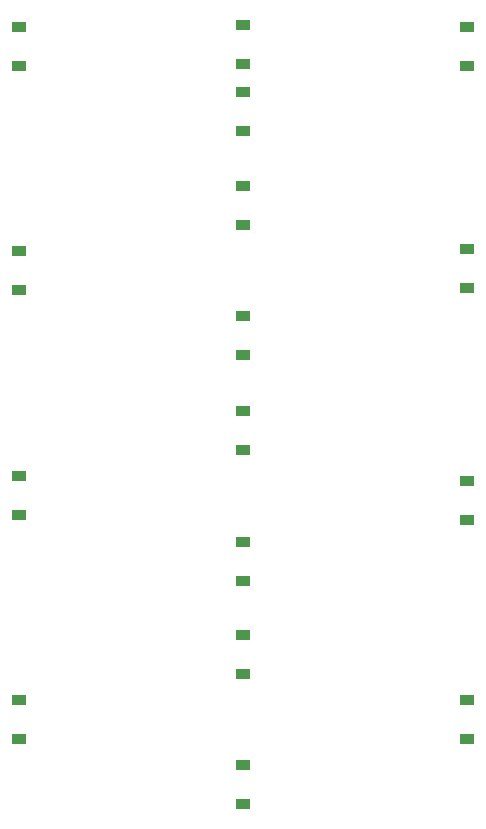
<source format=gtp>
G04 #@! TF.GenerationSoftware,KiCad,Pcbnew,(5.0.0)*
G04 #@! TF.CreationDate,2018-11-07T01:02:59+09:00*
G04 #@! TF.ProjectId,handheld_machine,68616E6468656C645F6D616368696E65,rev?*
G04 #@! TF.SameCoordinates,Original*
G04 #@! TF.FileFunction,Paste,Top*
G04 #@! TF.FilePolarity,Positive*
%FSLAX46Y46*%
G04 Gerber Fmt 4.6, Leading zero omitted, Abs format (unit mm)*
G04 Created by KiCad (PCBNEW (5.0.0)) date 11/07/18 01:02:59*
%MOMM*%
%LPD*%
G01*
G04 APERTURE LIST*
%ADD10R,1.200000X0.900000*%
G04 APERTURE END LIST*
D10*
G04 #@! TO.C,D1*
X119000000Y-81850000D03*
X119000000Y-85150000D03*
G04 #@! TD*
G04 #@! TO.C,D2*
X138000000Y-81700000D03*
X138000000Y-85000000D03*
G04 #@! TD*
G04 #@! TO.C,D3*
X138000000Y-90650000D03*
X138000000Y-87350000D03*
G04 #@! TD*
G04 #@! TO.C,D4*
X157000000Y-81850000D03*
X157000000Y-85150000D03*
G04 #@! TD*
G04 #@! TO.C,D5*
X119000000Y-104150000D03*
X119000000Y-100850000D03*
G04 #@! TD*
G04 #@! TO.C,D6*
X138000000Y-95350000D03*
X138000000Y-98650000D03*
G04 #@! TD*
G04 #@! TO.C,D7*
X138000000Y-109650000D03*
X138000000Y-106350000D03*
G04 #@! TD*
G04 #@! TO.C,D8*
X157000000Y-100700000D03*
X157000000Y-104000000D03*
G04 #@! TD*
G04 #@! TO.C,D9*
X119000000Y-123150000D03*
X119000000Y-119850000D03*
G04 #@! TD*
G04 #@! TO.C,D10*
X138000000Y-114350000D03*
X138000000Y-117650000D03*
G04 #@! TD*
G04 #@! TO.C,D11*
X138000000Y-128800000D03*
X138000000Y-125500000D03*
G04 #@! TD*
G04 #@! TO.C,D12*
X157000000Y-123650000D03*
X157000000Y-120350000D03*
G04 #@! TD*
G04 #@! TO.C,D13*
X119000000Y-142150000D03*
X119000000Y-138850000D03*
G04 #@! TD*
G04 #@! TO.C,D14*
X138000000Y-136650000D03*
X138000000Y-133350000D03*
G04 #@! TD*
G04 #@! TO.C,D15*
X138000000Y-144350000D03*
X138000000Y-147650000D03*
G04 #@! TD*
G04 #@! TO.C,D16*
X157000000Y-138850000D03*
X157000000Y-142150000D03*
G04 #@! TD*
M02*

</source>
